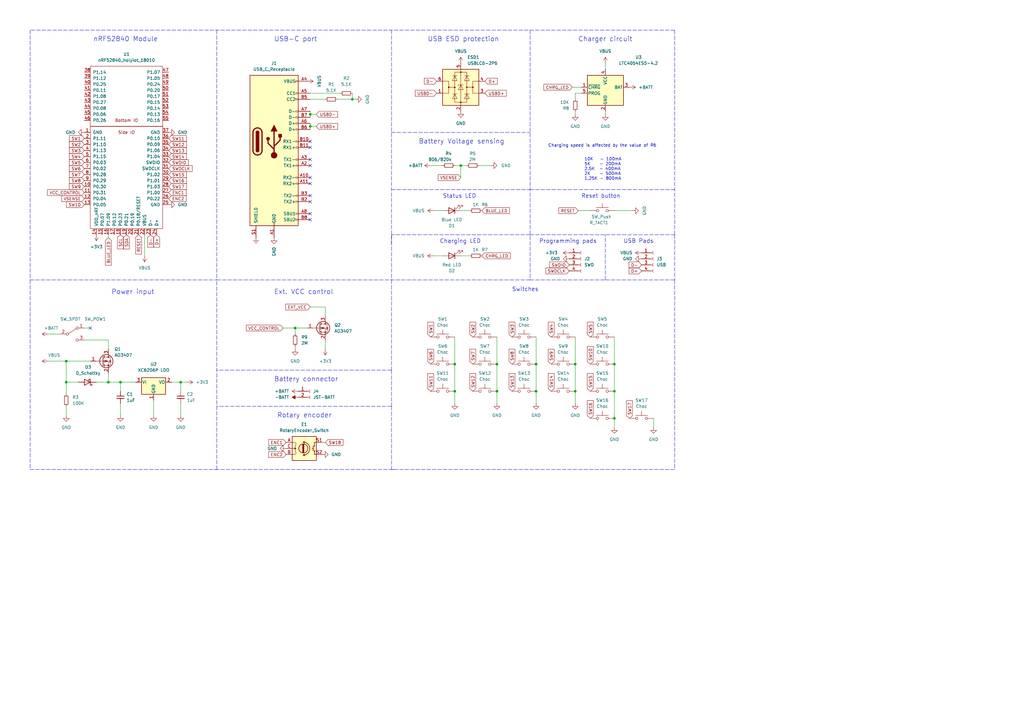
<source format=kicad_sch>
(kicad_sch (version 20210621) (generator eeschema)
  (paper "User" 431.8 299.999)
  (lib_symbols
    (symbol "Battery_Management:LTC4054ES5-4.2" (pin_names (offset 0.254))
      (property "Reference" "U" (at -5.842 6.604 0))
      (property "Value" "LTC4054ES5-4.2" (at 1.524 6.604 0))
      (symbol "LTC4054ES5-4.2_1_1"
        (pin open_collector line (at -10.16 0 0) (length 2.54) (name "~{CHRG}") (number "1"))
        (pin power_in line (at 0 -10.16 90) (length 2.54) (name "GND") (number "2"))
        (pin power_out line (at 10.16 0 180) (length 2.54) (name "BAT") (number "3"))
        (pin power_in line (at 0 7.62 270) (length 2.54) (name "VCC") (number "4"))
        (pin bidirectional line (at -10.16 -2.54 0) (length 2.54) (name "PROG") (number "5"))
      )
    )
    (symbol "Connector:Conn_01x02_Female" (pin_names (offset 1.016) hide)
      (property "Reference" "J" (at 0 2.54 0))
      (property "Value" "Conn_01x02_Female" (at 0 -5.08 0))
      (symbol "Conn_01x02_Female_1_1"
        (pin passive line (at -5.08 0 0) (length 3.81) (name "Pin_1") (number "1"))
        (pin passive line (at -5.08 -2.54 0) (length 3.81) (name "Pin_2") (number "2"))
      )
    )
    (symbol "Connector:Conn_01x04_Female" (pin_names (offset 1.016) hide)
      (property "Reference" "J" (at 0 5.08 0))
      (property "Value" "Conn_01x04_Female" (at 0 -7.62 0))
      (symbol "Conn_01x04_Female_1_1"
        (pin passive line (at -5.08 2.54 0) (length 3.81) (name "Pin_1") (number "1"))
        (pin passive line (at -5.08 0 0) (length 3.81) (name "Pin_2") (number "2"))
        (pin passive line (at -5.08 -2.54 0) (length 3.81) (name "Pin_3") (number "3"))
        (pin passive line (at -5.08 -5.08 0) (length 3.81) (name "Pin_4") (number "4"))
      )
    )
    (symbol "Connector:USB_C_Receptacle" (pin_names (offset 1.016))
      (property "Reference" "J" (at -10.16 29.21 0))
      (property "Value" "USB_C_Receptacle" (at 10.16 29.21 0))
      (symbol "USB_C_Receptacle_1_1"
        (pin passive line (at 0 -40.64 90) (length 5.08) (name "GND") (number "A1"))
        (pin bidirectional line (at 15.24 -15.24 180) (length 5.08) (name "RX2-") (number "A10"))
        (pin bidirectional line (at 15.24 -17.78 180) (length 5.08) (name "RX2+") (number "A11"))
        (pin passive line (at 0 -40.64 90) (length 5.08) hide (name "GND") (number "A12"))
        (pin bidirectional line (at 15.24 -10.16 180) (length 5.08) (name "TX1+") (number "A2"))
        (pin bidirectional line (at 15.24 -7.62 180) (length 5.08) (name "TX1-") (number "A3"))
        (pin passive line (at 15.24 25.4 180) (length 5.08) (name "VBUS") (number "A4"))
        (pin bidirectional line (at 15.24 20.32 180) (length 5.08) (name "CC1") (number "A5"))
        (pin bidirectional line (at 15.24 7.62 180) (length 5.08) (name "D+") (number "A6"))
        (pin bidirectional line (at 15.24 12.7 180) (length 5.08) (name "D-") (number "A7"))
        (pin bidirectional line (at 15.24 -30.48 180) (length 5.08) (name "SBU1") (number "A8"))
        (pin passive line (at 15.24 25.4 180) (length 5.08) hide (name "VBUS") (number "A9"))
        (pin passive line (at 0 -40.64 90) (length 5.08) hide (name "GND") (number "B1"))
        (pin bidirectional line (at 15.24 0 180) (length 5.08) (name "RX1-") (number "B10"))
        (pin bidirectional line (at 15.24 -2.54 180) (length 5.08) (name "RX1+") (number "B11"))
        (pin passive line (at 0 -40.64 90) (length 5.08) hide (name "GND") (number "B12"))
        (pin bidirectional line (at 15.24 -25.4 180) (length 5.08) (name "TX2+") (number "B2"))
        (pin bidirectional line (at 15.24 -22.86 180) (length 5.08) (name "TX2-") (number "B3"))
        (pin passive line (at 15.24 25.4 180) (length 5.08) hide (name "VBUS") (number "B4"))
        (pin bidirectional line (at 15.24 17.78 180) (length 5.08) (name "CC2") (number "B5"))
        (pin bidirectional line (at 15.24 5.08 180) (length 5.08) (name "D+") (number "B6"))
        (pin bidirectional line (at 15.24 10.16 180) (length 5.08) (name "D-") (number "B7"))
        (pin bidirectional line (at 15.24 -33.02 180) (length 5.08) (name "SBU2") (number "B8"))
        (pin passive line (at 15.24 25.4 180) (length 5.08) hide (name "VBUS") (number "B9"))
        (pin passive line (at -7.62 -40.64 90) (length 5.08) (name "SHIELD") (number "S1"))
      )
    )
    (symbol "Device:C_Small" (pin_numbers hide) (pin_names (offset 0.254) hide)
      (property "Reference" "C" (at 0.254 1.778 0))
      (property "Value" "C_Small" (at 0.254 -2.032 0))
      (symbol "C_Small_1_1"
        (pin passive line (at 0 2.54 270) (length 2.032) (name "~") (number "1"))
        (pin passive line (at 0 -2.54 90) (length 2.032) (name "~") (number "2"))
      )
    )
    (symbol "Device:D_Schottky" (pin_numbers hide) (pin_names (offset 1.016) hide)
      (property "Reference" "D" (at 0 2.54 0))
      (property "Value" "D_Schottky" (at 0 -2.54 0))
      (symbol "D_Schottky_1_1"
        (pin passive line (at -3.81 0 0) (length 2.54) (name "K") (number "1"))
        (pin passive line (at 3.81 0 180) (length 2.54) (name "A") (number "2"))
      )
    )
    (symbol "Device:LED" (pin_numbers hide) (pin_names (offset 1.016) hide)
      (property "Reference" "D" (at 0 2.54 0))
      (property "Value" "LED" (at 0 -2.54 0))
      (symbol "LED_1_1"
        (pin passive line (at -3.81 0 0) (length 2.54) (name "K") (number "1"))
        (pin passive line (at 3.81 0 180) (length 2.54) (name "A") (number "2"))
      )
    )
    (symbol "Device:R_Small" (pin_numbers hide) (pin_names (offset 0.254) hide)
      (property "Reference" "R" (at 0.762 0.508 0))
      (property "Value" "R_Small" (at 0.762 -1.016 0))
      (symbol "R_Small_1_1"
        (pin passive line (at 0 2.54 270) (length 0.762) (name "~") (number "1"))
        (pin passive line (at 0 -2.54 90) (length 0.762) (name "~") (number "2"))
      )
    )
    (symbol "Device:RotaryEncoder_Switch" (pin_names (offset 0.254) hide)
      (property "Reference" "SW" (at 0 6.604 0))
      (property "Value" "RotaryEncoder_Switch" (at 0 -6.604 0))
      (symbol "RotaryEncoder_Switch_1_1"
        (pin passive line (at -7.62 2.54 0) (length 2.54) (name "A") (number "A"))
        (pin passive line (at -7.62 -2.54 0) (length 2.54) (name "B") (number "B"))
        (pin passive line (at -7.62 0 0) (length 2.54) (name "C") (number "C"))
        (pin passive line (at 7.62 2.54 180) (length 2.54) (name "S1") (number "S1"))
        (pin passive line (at 7.62 -2.54 180) (length 2.54) (name "S2") (number "S2"))
      )
    )
    (symbol "Power_Protection:USBLC6-2P6" (pin_names hide)
      (property "Reference" "U" (at 2.54 8.89 0))
      (property "Value" "USBLC6-2P6" (at 2.54 -8.89 0))
      (symbol "USBLC6-2P6_1_1"
        (pin passive line (at -10.16 -2.54 0) (length 2.54) (name "I/O1") (number "1"))
        (pin passive line (at 0 -10.16 90) (length 2.54) (name "GND") (number "2"))
        (pin passive line (at 10.16 -2.54 180) (length 2.54) (name "I/O2") (number "3"))
        (pin passive line (at 10.16 2.54 180) (length 2.54) (name "I/O2") (number "4"))
        (pin passive line (at 0 10.16 270) (length 2.54) (name "VBUS") (number "5"))
        (pin passive line (at -10.16 2.54 0) (length 2.54) (name "I/O1") (number "6"))
      )
    )
    (symbol "Switch:SW_Push" (pin_numbers hide) (pin_names (offset 1.016) hide)
      (property "Reference" "SW" (at 1.27 2.54 0))
      (property "Value" "SW_Push" (at 0 -1.524 0))
      (symbol "SW_Push_0_1"
        (pin passive line (at -5.08 0 0) (length 2.54) (name "1") (number "1"))
        (pin passive line (at 5.08 0 180) (length 2.54) (name "2") (number "2"))
      )
    )
    (symbol "Switch:SW_SPDT" (pin_names (offset 0) hide)
      (property "Reference" "SW" (at 0 4.318 0))
      (property "Value" "SW_SPDT" (at 0 -5.08 0))
      (symbol "SW_SPDT_1_1"
        (pin passive line (at 5.08 2.54 180) (length 2.54) (name "A") (number "1"))
        (pin passive line (at -5.08 0 0) (length 2.54) (name "B") (number "2"))
        (pin passive line (at 5.08 -2.54 180) (length 2.54) (name "C") (number "3"))
      )
    )
    (symbol "Transistor_FET:AO3401A" (pin_names hide)
      (property "Reference" "Q" (at 5.08 1.905 0))
      (property "Value" "AO3401A" (at 5.08 0 0))
      (symbol "AO3401A_1_1"
        (pin input line (at -5.08 0 0) (length 2.54) (name "G") (number "1"))
        (pin passive line (at 2.54 -5.08 90) (length 2.54) (name "S") (number "2"))
        (pin passive line (at 2.54 5.08 270) (length 2.54) (name "D") (number "3"))
      )
    )
    (symbol "kicad-keyboard-parts:XC6206PxxxMR-Regulator_Linear" (pin_names (offset 0.254))
      (property "Reference" "U" (at -3.81 3.175 0))
      (property "Value" "XC6206PxxxMR-Regulator_Linear" (at 0 3.175 0))
      (property "LCSC" "C5446" (at 0 0 0))
      (symbol "XC6206PxxxMR-Regulator_Linear_1_1"
        (pin power_in line (at 0 -7.62 90) (length 2.54) (name "GND") (number "1"))
        (pin power_out line (at 7.62 0 180) (length 2.54) (name "VO") (number "2"))
        (pin power_in line (at -7.62 0 0) (length 2.54) (name "VI") (number "3"))
      )
    )
    (symbol "kicad-keyboard-parts:nRF52840_holyiot_18010" (pin_names (offset 1.016))
      (property "Reference" "U" (at -2.54 39.37 0))
      (property "Value" "nRF52840_holyiot_18010" (at 0 36.83 0))
      (symbol "nRF52840_holyiot_18010_0_0"
        (text "Bottom IO" (at 0 11.43 0) (effects (font (size 1.27 1.27))))
        (text "Side IO" (at 0 6.35 0) (effects (font (size 1.27 1.27))))
      )
      (symbol "nRF52840_holyiot_18010_1_1"
        (pin power_in line (at -17.78 6.35 0) (length 2.54) (name "GND") (number "1"))
        (pin bidirectional line (at -17.78 -16.51 0) (length 2.54) (name "P0.30") (number "10"))
        (pin bidirectional line (at -17.78 -19.05 0) (length 2.54) (name "P0.31") (number "11"))
        (pin bidirectional line (at -17.78 -21.59 0) (length 2.54) (name "P0.04") (number "12"))
        (pin bidirectional line (at -17.78 -24.13 0) (length 2.54) (name "P0.05") (number "13"))
        (pin power_in line (at -12.7 -36.83 90) (length 2.54) (name "VDD_nRF") (number "14"))
        (pin bidirectional line (at -10.16 -36.83 90) (length 2.54) (name "P0.07") (number "15"))
        (pin bidirectional line (at -7.62 -36.83 90) (length 2.54) (name "P1.09") (number "16"))
        (pin bidirectional line (at -5.08 -36.83 90) (length 2.54) (name "P0.12") (number "17"))
        (pin bidirectional line (at -2.54 -36.83 90) (length 2.54) (name "P0.23") (number "18"))
        (pin bidirectional line (at 0 -36.83 90) (length 2.54) (name "P0.21") (number "19"))
        (pin bidirectional line (at -17.78 3.81 0) (length 2.54) (name "P1.11") (number "2"))
        (pin bidirectional line (at 2.54 -36.83 90) (length 2.54) (name "P0.19") (number "20"))
        (pin input line (at 5.08 -36.83 90) (length 2.54) (name "P0.18/RESET") (number "21"))
        (pin power_in line (at 7.62 -36.83 90) (length 2.54) (name "VBUS") (number "22"))
        (pin bidirectional line (at 10.16 -36.83 90) (length 2.54) (name "D-") (number "23"))
        (pin bidirectional line (at 12.7 -36.83 90) (length 2.54) (name "D+") (number "24"))
        (pin power_in line (at 17.78 -24.13 180) (length 2.54) (name "GND") (number "25"))
        (pin bidirectional line (at 17.78 -21.59 180) (length 2.54) (name "P0.22") (number "26"))
        (pin bidirectional line (at 17.78 -19.05 180) (length 2.54) (name "P1.00") (number "27"))
        (pin bidirectional line (at 17.78 -16.51 180) (length 2.54) (name "P1.03") (number "28"))
        (pin bidirectional line (at 17.78 -13.97 180) (length 2.54) (name "P1.01") (number "29"))
        (pin bidirectional line (at -17.78 1.27 0) (length 2.54) (name "P1.10") (number "3"))
        (pin bidirectional line (at 17.78 -11.43 180) (length 2.54) (name "P1.02") (number "30"))
        (pin bidirectional line (at 17.78 -8.89 180) (length 2.54) (name "SWDCLK") (number "31"))
        (pin bidirectional line (at 17.78 -6.35 180) (length 2.54) (name "SWDIO") (number "32"))
        (pin bidirectional line (at 17.78 -3.81 180) (length 2.54) (name "P1.04") (number "33"))
        (pin bidirectional line (at 17.78 -1.27 180) (length 2.54) (name "P1.06") (number "34"))
        (pin bidirectional line (at 17.78 1.27 180) (length 2.54) (name "P0.09") (number "35"))
        (pin bidirectional line (at 17.78 3.81 180) (length 2.54) (name "P0.10") (number "36"))
        (pin power_in line (at 17.78 6.35 180) (length 2.54) (name "GND") (number "37"))
        (pin bidirectional line (at -17.78 31.75 0) (length 2.54) (name "P1.14") (number "38"))
        (pin bidirectional line (at -17.78 29.21 0) (length 2.54) (name "P1.12") (number "39"))
        (pin bidirectional line (at -17.78 -1.27 0) (length 2.54) (name "P1.13") (number "4"))
        (pin bidirectional line (at -17.78 26.67 0) (length 2.54) (name "P0.25") (number "40"))
        (pin bidirectional line (at -17.78 24.13 0) (length 2.54) (name "P0.11") (number "41"))
        (pin bidirectional line (at -17.78 21.59 0) (length 2.54) (name "P1.08") (number "42"))
        (pin bidirectional line (at -17.78 19.05 0) (length 2.54) (name "P0.27") (number "43"))
        (pin bidirectional line (at -17.78 16.51 0) (length 2.54) (name "P0.08") (number "44"))
        (pin bidirectional line (at -17.78 13.97 0) (length 2.54) (name "P0.06") (number "45"))
        (pin bidirectional line (at -17.78 11.43 0) (length 2.54) (name "P0.26") (number "46"))
        (pin bidirectional line (at 17.78 31.75 180) (length 2.54) (name "P1.07") (number "47"))
        (pin bidirectional line (at 17.78 29.21 180) (length 2.54) (name "P1.05") (number "48"))
        (pin bidirectional line (at 17.78 26.67 180) (length 2.54) (name "P0.24") (number "49"))
        (pin bidirectional line (at -17.78 -3.81 0) (length 2.54) (name "P1.15") (number "5"))
        (pin bidirectional line (at 17.78 24.13 180) (length 2.54) (name "P0.20") (number "50"))
        (pin bidirectional line (at 17.78 21.59 180) (length 2.54) (name "P0.17") (number "51"))
        (pin bidirectional line (at 17.78 19.05 180) (length 2.54) (name "P0.15") (number "52"))
        (pin bidirectional line (at 17.78 16.51 180) (length 2.54) (name "P0.14") (number "53"))
        (pin bidirectional line (at 17.78 13.97 180) (length 2.54) (name "P0.13") (number "54"))
        (pin bidirectional line (at 17.78 11.43 180) (length 2.54) (name "P0.16") (number "55"))
        (pin bidirectional line (at -17.78 -6.35 0) (length 2.54) (name "P0.03") (number "6"))
        (pin bidirectional line (at -17.78 -8.89 0) (length 2.54) (name "P0.02") (number "7"))
        (pin bidirectional line (at -17.78 -11.43 0) (length 2.54) (name "P0.28") (number "8"))
        (pin bidirectional line (at -17.78 -13.97 0) (length 2.54) (name "P0.29") (number "9"))
      )
    )
    (symbol "power:+3.3V" (power) (pin_names (offset 0))
      (property "Value" "+3.3V" (at 0 3.556 0))
      (symbol "+3.3V_1_1"
        (pin power_in line (at 0 0 90) (length 0) hide (name "+3V3") (number "1"))
      )
    )
    (symbol "power:+BATT" (power) (pin_names (offset 0))
      (property "Value" "+BATT" (at 0 3.556 0))
      (symbol "+BATT_1_1"
        (pin power_in line (at 0 0 90) (length 0) hide (name "+BATT") (number "1"))
      )
    )
    (symbol "power:-BATT" (power) (pin_names (offset 0))
      (property "Value" "-BATT" (at 0 3.556 0))
      (symbol "-BATT_1_1"
        (pin power_in line (at 0 0 90) (length 0) hide (name "-BATT") (number "1"))
      )
    )
    (symbol "power:Earth" (power) (pin_names (offset 0))
      (symbol "Earth_1_1"
        (pin power_in line (at 0 0 270) (length 0) hide (name "Earth") (number "1"))
      )
    )
    (symbol "power:GND" (power) (pin_names (offset 0))
      (property "Value" "GND" (at 0 -3.81 0))
      (symbol "GND_1_1"
        (pin power_in line (at 0 0 270) (length 0) hide (name "GND") (number "1"))
      )
    )
    (symbol "power:VBUS" (power) (pin_names (offset 0))
      (property "Value" "VBUS" (at 0 3.81 0))
      (symbol "VBUS_1_1"
        (pin power_in line (at 0 0 90) (length 0) hide (name "VBUS") (number "1"))
      )
    )
  )
  (junction (at 130.81 53.34))
  (junction (at 259.08 153.67))
  (junction (at 191.77 153.67))
  (junction (at 191.77 165.1))
  (junction (at 259.08 165.1))
  (junction (at 130.81 48.26))
  (junction (at 209.55 153.67))
  (junction (at 148.59 41.91))
  (junction (at 194.31 69.85))
  (junction (at 259.08 176.53))
  (junction (at 242.57 153.67))
  (junction (at 76.2 161.29))
  (junction (at 27.94 161.29))
  (junction (at 50.8 161.29))
  (junction (at 242.57 165.1))
  (junction (at 209.55 165.1))
  (junction (at 45.72 161.29))
  (junction (at 226.06 165.1))
  (junction (at 124.46 138.43))
  (junction (at 226.06 153.67))
  (junction (at 27.94 152.4))
  (no_connect (at 130.81 92.71))
  (no_connect (at 130.81 90.17))
  (no_connect (at 38.1 138.43))
  (no_connect (at 130.81 85.09))
  (no_connect (at 130.81 77.47))
  (no_connect (at 130.81 62.23))
  (no_connect (at 130.81 69.85))
  (no_connect (at 130.81 74.93))
  (no_connect (at 130.81 67.31))
  (no_connect (at 130.81 59.69))
  (no_connect (at 130.81 82.55))
  (polyline (pts (xy 12.7 118.11) (xy 91.44 118.11)))
  (polyline (pts (xy 91.44 12.7) (xy 91.44 118.11)))
  (wire (pts (xy 76.2 161.29) (xy 76.2 165.1)))
  (wire (pts (xy 124.46 138.43) (xy 129.54 138.43)))
  (wire (pts (xy 119.38 138.43) (xy 124.46 138.43)))
  (wire (pts (xy 241.3 36.83) (xy 245.11 36.83)))
  (wire (pts (xy 209.55 165.1) (xy 209.55 170.18)))
  (wire (pts (xy 50.8 170.18) (xy 50.8 175.26)))
  (wire (pts (xy 50.8 161.29) (xy 50.8 165.1)))
  (wire (pts (xy 194.31 69.85) (xy 196.85 69.85)))
  (wire (pts (xy 191.77 69.85) (xy 194.31 69.85)))
  (wire (pts (xy 60.96 99.06) (xy 60.96 107.95)))
  (polyline (pts (xy 223.52 118.11) (xy 255.27 118.11)))
  (polyline (pts (xy 255.27 118.11) (xy 255.27 99.06)))
  (wire (pts (xy 137.16 147.32) (xy 137.16 143.51)))
  (polyline (pts (xy 165.1 80.01) (xy 223.52 80.01)))
  (wire (pts (xy 194.31 88.9) (xy 198.12 88.9)))
  (wire (pts (xy 242.57 153.67) (xy 242.57 165.1)))
  (wire (pts (xy 35.56 143.51) (xy 45.72 143.51)))
  (wire (pts (xy 137.16 186.69) (xy 135.89 186.69)))
  (wire (pts (xy 242.57 46.99) (xy 242.57 48.26)))
  (wire (pts (xy 27.94 175.26) (xy 27.94 171.45)))
  (wire (pts (xy 275.59 176.53) (xy 275.59 180.34)))
  (wire (pts (xy 194.31 69.85) (xy 194.31 74.93)))
  (wire (pts (xy 76.2 161.29) (xy 78.74 161.29)))
  (wire (pts (xy 72.39 161.29) (xy 76.2 161.29)))
  (wire (pts (xy 25.4 140.97) (xy 20.32 140.97)))
  (polyline (pts (xy 165.1 99.06) (xy 165.1 102.87)))
  (polyline (pts (xy 223.52 99.06) (xy 165.1 99.06)))
  (polyline (pts (xy 165.1 156.21) (xy 91.44 156.21)))
  (polyline (pts (xy 165.1 118.11) (xy 165.1 156.21)))
  (wire (pts (xy 20.32 152.4) (xy 27.94 152.4)))
  (wire (pts (xy 27.94 152.4) (xy 38.1 152.4)))
  (wire (pts (xy 76.2 170.18) (xy 76.2 175.26)))
  (wire (pts (xy 124.46 138.43) (xy 124.46 140.97)))
  (wire (pts (xy 50.8 161.29) (xy 57.15 161.29)))
  (wire (pts (xy 40.64 161.29) (xy 45.72 161.29)))
  (wire (pts (xy 45.72 161.29) (xy 50.8 161.29)))
  (wire (pts (xy 45.72 157.48) (xy 45.72 161.29)))
  (wire (pts (xy 226.06 142.24) (xy 226.06 153.67)))
  (wire (pts (xy 27.94 152.4) (xy 27.94 161.29)))
  (wire (pts (xy 27.94 161.29) (xy 27.94 166.37)))
  (polyline (pts (xy 165.1 55.88) (xy 223.52 55.88)))
  (wire (pts (xy 245.11 39.37) (xy 242.57 39.37)))
  (wire (pts (xy 242.57 39.37) (xy 242.57 41.91)))
  (wire (pts (xy 45.72 99.06) (xy 45.72 100.33)))
  (wire (pts (xy 130.81 129.54) (xy 137.16 129.54)))
  (wire (pts (xy 209.55 142.24) (xy 209.55 153.67)))
  (wire (pts (xy 129.54 34.29) (xy 130.81 34.29)))
  (wire (pts (xy 27.94 161.29) (xy 33.02 161.29)))
  (polyline (pts (xy 91.44 198.12) (xy 91.44 118.11)))
  (polyline (pts (xy 12.7 118.11) (xy 12.7 198.12)))
  (polyline (pts (xy 12.7 198.12) (xy 91.44 198.12)))
  (wire (pts (xy 259.08 88.9) (xy 266.7 88.9)))
  (wire (pts (xy 201.93 69.85) (xy 207.01 69.85)))
  (wire (pts (xy 182.88 107.95) (xy 186.69 107.95)))
  (wire (pts (xy 45.72 147.32) (xy 45.72 143.51)))
  (polyline (pts (xy 284.48 12.7) (xy 12.7 12.7)))
  (polyline (pts (xy 12.7 12.7) (xy 12.7 118.11)))
  (polyline (pts (xy 284.48 99.06) (xy 284.48 12.7)))
  (polyline (pts (xy 223.52 99.06) (xy 284.48 99.06)))
  (wire (pts (xy 35.56 138.43) (xy 38.1 138.43)))
  (wire (pts (xy 194.31 107.95) (xy 198.12 107.95)))
  (wire (pts (xy 226.06 153.67) (xy 226.06 165.1)))
  (wire (pts (xy 130.81 53.34) (xy 130.81 52.07)))
  (wire (pts (xy 130.81 54.61) (xy 130.81 53.34)))
  (wire (pts (xy 130.81 53.34) (xy 133.35 53.34)))
  (wire (pts (xy 259.08 153.67) (xy 259.08 165.1)))
  (wire (pts (xy 242.57 142.24) (xy 242.57 153.67)))
  (wire (pts (xy 148.59 41.91) (xy 149.86 41.91)))
  (wire (pts (xy 142.24 41.91) (xy 148.59 41.91)))
  (wire (pts (xy 242.57 165.1) (xy 242.57 170.18)))
  (wire (pts (xy 209.55 153.67) (xy 209.55 165.1)))
  (wire (pts (xy 130.81 39.37) (xy 143.51 39.37)))
  (wire (pts (xy 130.81 41.91) (xy 137.16 41.91)))
  (wire (pts (xy 259.08 176.53) (xy 259.08 180.34)))
  (wire (pts (xy 259.08 165.1) (xy 259.08 176.53)))
  (wire (pts (xy 255.27 48.26) (xy 255.27 46.99)))
  (wire (pts (xy 259.08 142.24) (xy 259.08 153.67)))
  (wire (pts (xy 191.77 142.24) (xy 191.77 153.67)))
  (wire (pts (xy 191.77 153.67) (xy 191.77 165.1)))
  (wire (pts (xy 191.77 165.1) (xy 191.77 170.18)))
  (wire (pts (xy 255.27 26.67) (xy 255.27 29.21)))
  (polyline (pts (xy 284.48 198.12) (xy 90.17 198.12)))
  (polyline (pts (xy 284.48 118.11) (xy 284.48 198.12)))
  (wire (pts (xy 243.84 88.9) (xy 248.92 88.9)))
  (polyline (pts (xy 165.1 156.21) (xy 165.1 171.45)))
  (polyline (pts (xy 165.1 171.45) (xy 91.44 171.45)))
  (wire (pts (xy 64.77 168.91) (xy 64.77 175.26)))
  (wire (pts (xy 181.61 69.85) (xy 186.69 69.85)))
  (wire (pts (xy 182.88 88.9) (xy 186.69 88.9)))
  (polyline (pts (xy 284.48 99.06) (xy 284.48 118.11)))
  (polyline (pts (xy 284.48 118.11) (xy 255.27 118.11)))
  (wire (pts (xy 226.06 165.1) (xy 226.06 170.18)))
  (wire (pts (xy 130.81 46.99) (xy 130.81 48.26)))
  (wire (pts (xy 130.81 48.26) (xy 133.35 48.26)))
  (wire (pts (xy 130.81 48.26) (xy 130.81 49.53)))
  (polyline (pts (xy 91.44 118.11) (xy 165.1 118.11)))
  (polyline (pts (xy 165.1 12.7) (xy 165.1 118.11)))
  (polyline (pts (xy 165.1 171.45) (xy 165.1 198.12)))
  (polyline (pts (xy 165.1 198.12) (xy 166.37 198.12)))
  (polyline (pts (xy 223.52 118.11) (xy 165.1 118.11)))
  (polyline (pts (xy 223.52 12.7) (xy 223.52 118.11)))
  (wire (pts (xy 137.16 129.54) (xy 137.16 133.35)))
  (wire (pts (xy 124.46 147.32) (xy 124.46 146.05)))
  (wire (pts (xy 148.59 41.91) (xy 148.59 39.37)))
  (polyline (pts (xy 223.52 80.01) (xy 284.48 80.01)))
  (text "Status LED" (at 186.69 83.82 0) (effects (font (size 1.7 1.7)) (justify left bottom)))
  (text "Battery Voltage sensing" (at 176.53 60.96 0) (effects (font (size 2 2)) (justify left bottom)))
  (text "Rotary encoder" (at 116.84 176.53 0) (effects (font (size 2 2)) (justify left bottom)))
  (text "10K   - 100mA\n5K    - 200mA\n2.5K  - 400mA\n2K    - 500mA\n1.25K - 800mA" (at 246.38 76.2 0) (effects (font (size 1.27 1.27)) (justify left bottom)))
  (text "USB-C port" (at 115.57 17.78 0) (effects (font (size 2 2)) (justify left bottom)))
  (text "Charging LED" (at 185.42 102.87 0) (effects (font (size 1.7 1.7)) (justify left bottom)))
  (text "Battery connector" (at 115.57 161.29 0) (effects (font (size 2 2)) (justify left bottom)))
  (text "Charger circuit" (at 243.84 17.78 0) (effects (font (size 2 2)) (justify left bottom)))
  (text "Switches" (at 215.9 123.19 0) (effects (font (size 1.7 1.7)) (justify left bottom)))
  (text "USB ESD protection" (at 180.34 17.78 0) (effects (font (size 2 2)) (justify left bottom)))
  (text "USB Pads" (at 262.89 102.87 0) (effects (font (size 1.7 1.7)) (justify left bottom)))
  (text "Programming pads" (at 227.33 102.87 0) (effects (font (size 1.7 1.7)) (justify left bottom)))
  (text "nRF52840 Module" (at 39.37 17.78 0) (effects (font (size 2 2)) (justify left bottom)))
  (text "Charging speed is affected by the value of R6" (at 231.14 62.23 0) (effects (font (size 1.27 1.27)) (justify left bottom)))
  (text "Reset button" (at 245.11 83.82 0) (effects (font (size 1.7 1.7)) (justify left bottom)))
  (text "Power input" (at 46.99 124.46 0) (effects (font (size 2 2)) (justify left bottom)))
  (text "Ext. VCC control" (at 115.57 124.46 0) (effects (font (size 2 2)) (justify left bottom)))
  (global_label "BLUE_LED" (shape input) (at 203.2 88.9 0) (property "Intersheet References" "${INTERSHEET_REFS}" (effects hide)))
  (global_label "USBD-" (shape input) (at 133.35 48.26 0) (property "Intersheet References" "${INTERSHEET_REFS}" (effects hide)))
  (global_label "BLUE_LED" (shape input) (at 45.72 100.33 270) (property "Intersheet References" "${INTERSHEET_REFS}" (effects hide)))
  (global_label "SWDCLK" (shape input) (at 240.03 114.3 180) (property "Intersheet References" "${INTERSHEET_REFS}" (effects hide)))
  (global_label "SW6" (shape input) (at 181.61 153.67 90) (property "Intersheet References" "${INTERSHEET_REFS}" (effects hide)))
  (global_label "SW1" (shape input) (at 35.56 58.42 180) (property "Intersheet References" "${INTERSHEET_REFS}" (effects hide)))
  (global_label "SW11" (shape input) (at 181.61 165.1 90) (property "Intersheet References" "${INTERSHEET_REFS}" (effects hide)))
  (global_label "SW7" (shape input) (at 35.56 73.66 180) (property "Intersheet References" "${INTERSHEET_REFS}" (effects hide)))
  (global_label "D-" (shape input) (at 270.51 111.76 180) (property "Intersheet References" "${INTERSHEET_REFS}" (effects hide)))
  (global_label "SCL" (shape input) (at 50.8 99.06 270) (property "Intersheet References" "${INTERSHEET_REFS}" (effects hide)))
  (global_label "SDA" (shape input) (at 53.34 99.06 270) (property "Intersheet References" "${INTERSHEET_REFS}" (effects hide)))
  (global_label "SW5" (shape input) (at 35.56 68.58 180) (property "Intersheet References" "${INTERSHEET_REFS}" (effects hide)))
  (global_label "SW10" (shape input) (at 248.92 153.67 90) (property "Intersheet References" "${INTERSHEET_REFS}" (effects hide)))
  (global_label "SWDCLK" (shape input) (at 71.12 71.12 0) (property "Intersheet References" "${INTERSHEET_REFS}" (effects hide)))
  (global_label "ENC2" (shape input) (at 71.12 83.82 0) (property "Intersheet References" "${INTERSHEET_REFS}" (effects hide)))
  (global_label "D-" (shape input) (at 184.15 34.29 180) (property "Intersheet References" "${INTERSHEET_REFS}" (effects hide)))
  (global_label "SW1" (shape input) (at 181.61 142.24 90) (property "Intersheet References" "${INTERSHEET_REFS}" (effects hide)))
  (global_label "USBD-" (shape input) (at 184.15 39.37 180) (property "Intersheet References" "${INTERSHEET_REFS}" (effects hide)))
  (global_label "SW12" (shape input) (at 71.12 60.96 0) (property "Intersheet References" "${INTERSHEET_REFS}" (effects hide)))
  (global_label "D-" (shape input) (at 63.5 99.06 270) (property "Intersheet References" "${INTERSHEET_REFS}" (effects hide)))
  (global_label "SW11" (shape input) (at 71.12 58.42 0) (property "Intersheet References" "${INTERSHEET_REFS}" (effects hide)))
  (global_label "VSENSE" (shape input) (at 35.56 83.82 180) (property "Intersheet References" "${INTERSHEET_REFS}" (effects hide)))
  (global_label "SW4" (shape input) (at 232.41 142.24 90) (property "Intersheet References" "${INTERSHEET_REFS}" (effects hide)))
  (global_label "ENC1" (shape input) (at 120.65 186.69 180) (property "Intersheet References" "${INTERSHEET_REFS}" (effects hide)))
  (global_label "SW14" (shape input) (at 71.12 66.04 0) (property "Intersheet References" "${INTERSHEET_REFS}" (effects hide)))
  (global_label "SW15" (shape input) (at 248.92 165.1 90) (property "Intersheet References" "${INTERSHEET_REFS}" (effects hide)))
  (global_label "SW8" (shape input) (at 35.56 76.2 180) (property "Intersheet References" "${INTERSHEET_REFS}" (effects hide)))
  (global_label "VSENSE" (shape input) (at 194.31 74.93 180) (property "Intersheet References" "${INTERSHEET_REFS}" (effects hide)))
  (global_label "CHRG_LED" (shape input) (at 203.2 107.95 0) (property "Intersheet References" "${INTERSHEET_REFS}" (effects hide)))
  (global_label "USBD+" (shape input) (at 133.35 53.34 0) (property "Intersheet References" "${INTERSHEET_REFS}" (effects hide)))
  (global_label "SW15" (shape input) (at 71.12 73.66 0) (property "Intersheet References" "${INTERSHEET_REFS}" (effects hide)))
  (global_label "D+" (shape input) (at 66.04 99.06 270) (property "Intersheet References" "${INTERSHEET_REFS}" (effects hide)))
  (global_label "SW13" (shape input) (at 71.12 63.5 0) (property "Intersheet References" "${INTERSHEET_REFS}" (effects hide)))
  (global_label "SWDIO" (shape input) (at 71.12 68.58 0) (property "Intersheet References" "${INTERSHEET_REFS}" (effects hide)))
  (global_label "SW4" (shape input) (at 35.56 66.04 180) (property "Intersheet References" "${INTERSHEET_REFS}" (effects hide)))
  (global_label "ENC2" (shape input) (at 120.65 191.77 180) (property "Intersheet References" "${INTERSHEET_REFS}" (effects hide)))
  (global_label "D+" (shape input) (at 204.47 34.29 0) (property "Intersheet References" "${INTERSHEET_REFS}" (effects hide)))
  (global_label "SW17" (shape input) (at 71.12 78.74 0) (property "Intersheet References" "${INTERSHEET_REFS}" (effects hide)))
  (global_label "D+" (shape input) (at 270.51 114.3 180) (property "Intersheet References" "${INTERSHEET_REFS}" (effects hide)))
  (global_label "SW17" (shape input) (at 265.43 176.53 90) (property "Intersheet References" "${INTERSHEET_REFS}" (effects hide)))
  (global_label "SW7" (shape input) (at 199.39 153.67 90) (property "Intersheet References" "${INTERSHEET_REFS}" (effects hide)))
  (global_label "ENC1" (shape input) (at 71.12 81.28 0) (property "Intersheet References" "${INTERSHEET_REFS}" (effects hide)))
  (global_label "SW16" (shape input) (at 248.92 176.53 90) (property "Intersheet References" "${INTERSHEET_REFS}" (effects hide)))
  (global_label "SW8" (shape input) (at 215.9 153.67 90) (property "Intersheet References" "${INTERSHEET_REFS}" (effects hide)))
  (global_label "SW3" (shape input) (at 215.9 142.24 90) (property "Intersheet References" "${INTERSHEET_REFS}" (effects hide)))
  (global_label "SW12" (shape input) (at 199.39 165.1 90) (property "Intersheet References" "${INTERSHEET_REFS}" (effects hide)))
  (global_label "SW5" (shape input) (at 248.92 142.24 90) (property "Intersheet References" "${INTERSHEET_REFS}" (effects hide)))
  (global_label "SW2" (shape input) (at 199.39 142.24 90) (property "Intersheet References" "${INTERSHEET_REFS}" (effects hide)))
  (global_label "RESET" (shape input) (at 58.42 99.06 270) (property "Intersheet References" "${INTERSHEET_REFS}" (effects hide)))
  (global_label "SW16" (shape input) (at 71.12 76.2 0) (property "Intersheet References" "${INTERSHEET_REFS}" (effects hide)))
  (global_label "SW9" (shape input) (at 35.56 78.74 180) (property "Intersheet References" "${INTERSHEET_REFS}" (effects hide)))
  (global_label "SW9" (shape input) (at 232.41 153.67 90) (property "Intersheet References" "${INTERSHEET_REFS}" (effects hide)))
  (global_label "VCC_CONTROL" (shape input) (at 35.56 81.28 180) (property "Intersheet References" "${INTERSHEET_REFS}" (effects hide)))
  (global_label "VCC_CONTROL" (shape input) (at 119.38 138.43 180) (property "Intersheet References" "${INTERSHEET_REFS}" (effects hide)))
  (global_label "SW2" (shape input) (at 35.56 60.96 180) (property "Intersheet References" "${INTERSHEET_REFS}" (effects hide)))
  (global_label "SW14" (shape input) (at 232.41 165.1 90) (property "Intersheet References" "${INTERSHEET_REFS}" (effects hide)))
  (global_label "SW3" (shape input) (at 35.56 63.5 180) (property "Intersheet References" "${INTERSHEET_REFS}" (effects hide)))
  (global_label "SW10" (shape input) (at 35.56 86.36 180) (property "Intersheet References" "${INTERSHEET_REFS}" (effects hide)))
  (global_label "CHRG_LED" (shape input) (at 241.3 36.83 180) (property "Intersheet References" "${INTERSHEET_REFS}" (effects hide)))
  (global_label "USBD+" (shape input) (at 204.47 39.37 0) (property "Intersheet References" "${INTERSHEET_REFS}" (effects hide)))
  (global_label "SWDIO" (shape input) (at 240.03 111.76 180) (property "Intersheet References" "${INTERSHEET_REFS}" (effects hide)))
  (global_label "SW6" (shape input) (at 35.56 71.12 180) (property "Intersheet References" "${INTERSHEET_REFS}" (effects hide)))
  (global_label "EXT_VCC" (shape input) (at 130.81 129.54 180) (property "Intersheet References" "${INTERSHEET_REFS}" (effects hide)))
  (global_label "RESET" (shape input) (at 243.84 88.9 180) (property "Intersheet References" "${INTERSHEET_REFS}" (effects hide)))
  (global_label "SW13" (shape input) (at 215.9 165.1 90) (property "Intersheet References" "${INTERSHEET_REFS}" (effects hide)))
  (global_label "SW18" (shape input) (at 137.16 186.69 0) (property "Intersheet References" "${INTERSHEET_REFS}" (effects hide)))
  (symbol (lib_id "Device:R_Small") (at 199.39 69.85 90) (unit 1)
    (property "Reference" "R5" (at 200.66 64.77 90) (effects (justify left)))
    (property "Value" "2M" (at 200.6599 67.31 90) (effects (justify left)))
    (property "Footprint" "Resistor_SMD:R_0603_1608Metric" (effects hide))
  )
  (symbol (lib_id "power:GND") (at 242.57 48.26 0) (unit 1)
    (property "Reference" "#PWR0134" (effects hide))
    (property "Value" "GND" (at 242.57 53.34 0))
  )
  (symbol (lib_id "Switch:SW_Push") (at 220.98 153.67 0) (unit 1)
    (property "Reference" "SW8" (at 220.98 146.05 0))
    (property "Value" "Choc" (at 220.98 148.59 0))
    (property "Footprint" "Kailh_Choc:KailhChoc-1U" (effects hide))
  )
  (symbol (lib_id "power:VBUS") (at 182.88 107.95 90) (unit 1)
    (property "Reference" "#PWR0133" (effects hide))
    (property "Value" "VBUS" (at 179.07 107.95 90) (effects (justify left)))
  )
  (symbol (lib_id "Battery_Management:LTC4054ES5-4.2") (at 255.27 36.83 0) (unit 1)
    (property "Reference" "U3" (at 269.24 24.13 0))
    (property "Value" "LTC4054ES5-4.2" (at 269.24 26.67 0))
    (property "Footprint" "Package_TO_SOT_SMD:TSOT-23-5" (effects hide))
    (property "Datasheet" "https://www.analog.com/media/en/technical-documentation/data-sheets/405442xf.pdf" (effects hide))
  )
  (symbol (lib_id "power:GND") (at 226.06 170.18 0) (unit 1)
    (property "Reference" "#PWR0140" (effects hide))
    (property "Value" "GND" (at 226.06 175.26 0))
  )
  (symbol (lib_id "power:VBUS") (at 182.88 88.9 90) (unit 1)
    (property "Reference" "#PWR0130" (effects hide))
    (property "Value" "VBUS" (at 179.07 88.9 90) (effects (justify left)))
  )
  (symbol (lib_id "Switch:SW_Push") (at 186.69 153.67 0) (unit 1)
    (property "Reference" "SW6" (at 186.69 146.05 0))
    (property "Value" "Choc" (at 186.69 148.59 0))
    (property "Footprint" "Kailh_Choc:KailhChoc-1U" (effects hide))
  )
  (symbol (lib_id "power:GND") (at 194.31 46.99 0) (unit 1)
    (property "Reference" "#PWR0136" (effects hide))
    (property "Value" "GND" (at 194.31 52.07 0))
  )
  (symbol (lib_id "Power_Protection:USBLC6-2P6") (at 194.31 36.83 0) (unit 1)
    (property "Reference" "ESD1" (at 197.0787 24.13 0) (effects (justify left)))
    (property "Value" "USBLC6-2P6" (at 197.0787 26.67 0) (effects (justify left)))
    (property "Footprint" "Package_TO_SOT_SMD:SOT-666" (effects hide))
    (property "Datasheet" "https://www.st.com/resource/en/datasheet/usblc6-2.pdf" (effects hide))
  )
  (symbol (lib_id "Switch:SW_Push") (at 254 88.9 0) (unit 1)
    (property "Reference" "R_TACT1" (at 256.54 93.98 0) (effects (justify right)))
    (property "Value" "SW_Push" (at 257.81 91.44 0) (effects (justify right)))
    (property "Footprint" "Button_Switch_SMD:SW_SPST_EVQPE1" (effects hide))
  )
  (symbol (lib_id "power:GND") (at 270.51 109.22 270) (unit 1)
    (property "Reference" "#PWR0127" (effects hide))
    (property "Value" "GND" (at 266.7 109.2199 90) (effects (justify right)))
  )
  (symbol (lib_id "power:GND") (at 76.2 175.26 0) (unit 1)
    (property "Reference" "#PWR0101" (effects hide))
    (property "Value" "GND" (at 76.2 180.34 0))
  )
  (symbol (lib_id "Device:R_Small") (at 124.46 143.51 0) (unit 1)
    (property "Reference" "R9" (at 127 142.24 0) (effects (justify left)))
    (property "Value" "2M" (at 127 144.7799 0) (effects (justify left)))
    (property "Footprint" "Resistor_SMD:R_0603_1608Metric" (effects hide))
  )
  (symbol (lib_id "Device:C_Small") (at 76.2 167.64 0) (unit 1)
    (property "Reference" "C2" (at 78.74 166.3762 0) (effects (justify left)))
    (property "Value" "1uF" (at 78.74 168.9162 0) (effects (justify left)))
    (property "Footprint" "Capacitor_SMD:C_0603_1608Metric" (effects hide))
  )
  (symbol (lib_id "kicad-keyboard-parts:nRF52840_holyiot_18010") (at 53.34 62.23 0) (unit 1)
    (property "Reference" "U1" (at 53.34 22.86 0))
    (property "Value" "nRF52840_holyiot_18010" (at 53.34 25.4 0))
    (property "Footprint" "kicad-keyboard-parts:nRF52840_holyiot_18010" (effects hide))
    (property "Datasheet" "http://www.holyiot.com/tp/2019042516322180424.pdf" (effects hide))
  )
  (symbol (lib_id "Switch:SW_Push") (at 254 165.1 0) (unit 1)
    (property "Reference" "SW15" (at 254 157.48 0))
    (property "Value" "Choc" (at 254 160.02 0))
    (property "Footprint" "Kailh_Choc:KailhChoc-1U" (effects hide))
  )
  (symbol (lib_id "Device:R_Small") (at 242.57 44.45 180) (unit 1)
    (property "Reference" "R8" (at 240.03 45.72 0) (effects (justify left)))
    (property "Value" "10K" (at 240.03 43.1801 0) (effects (justify left)))
    (property "Footprint" "Resistor_SMD:R_0603_1608Metric" (effects hide))
  )
  (symbol (lib_id "power:GND") (at 71.12 86.36 90) (unit 1)
    (property "Reference" "#PWR0115" (effects hide))
    (property "Value" "GND" (at 74.93 86.3599 90) (effects (justify right)))
  )
  (symbol (lib_id "power:+3.3V") (at 78.74 161.29 270) (unit 1)
    (property "Reference" "#PWR0102" (effects hide))
    (property "Value" "+3.3V" (at 82.55 161.2899 90) (effects (justify left)))
  )
  (symbol (lib_id "Switch:SW_Push") (at 204.47 153.67 0) (unit 1)
    (property "Reference" "SW7" (at 204.47 146.05 0))
    (property "Value" "Choc" (at 204.47 148.59 0))
    (property "Footprint" "Kailh_Choc:KailhChoc-1U" (effects hide))
  )
  (symbol (lib_id "power:GND") (at 35.56 55.88 270) (unit 1)
    (property "Reference" "#PWR0117" (effects hide))
    (property "Value" "GND" (at 31.75 55.8799 90) (effects (justify right)))
  )
  (symbol (lib_id "power:VBUS") (at 20.32 152.4 90) (unit 1)
    (property "Reference" "#PWR0103" (effects hide))
    (property "Value" "VBUS" (at 25.4 149.86 90) (effects (justify left)))
  )
  (symbol (lib_id "Switch:SW_Push") (at 204.47 142.24 0) (unit 1)
    (property "Reference" "SW2" (at 204.47 134.62 0))
    (property "Value" "Choc" (at 204.47 137.16 0))
    (property "Footprint" "Kailh_Choc:KailhChoc-1U" (effects hide))
  )
  (symbol (lib_id "Transistor_FET:AO3401A") (at 134.62 138.43 0) (unit 1)
    (property "Reference" "Q2" (at 140.97 137.1599 0) (effects (justify left)))
    (property "Value" "AO3407" (at 140.97 139.6999 0) (effects (justify left)))
    (property "Footprint" "Package_TO_SOT_SMD:SOT-23" (effects hide))
    (property "Datasheet" "http://www.aosmd.com/pdfs/datasheet/AO3401A.pdf" (effects hide))
  )
  (symbol (lib_id "Connector:Conn_01x02_Female") (at 130.81 165.1 0) (unit 1)
    (property "Reference" "J4" (at 132.08 165.0999 0) (effects (justify left)))
    (property "Value" "JST-BATT" (at 132.08 167.6399 0) (effects (justify left)))
  )
  (symbol (lib_id "power:GND") (at 64.77 175.26 0) (unit 1)
    (property "Reference" "#PWR0106" (effects hide))
    (property "Value" "GND" (at 64.77 180.34 0))
  )
  (symbol (lib_id "Device:D_Schottky") (at 36.83 161.29 180) (unit 1)
    (property "Reference" "D3" (at 37.1475 154.94 0))
    (property "Value" "D_Schottky" (at 37.1475 157.48 0))
  )
  (symbol (lib_id "Switch:SW_Push") (at 254 153.67 0) (unit 1)
    (property "Reference" "SW10" (at 254 146.05 0))
    (property "Value" "Choc" (at 254 148.59 0))
    (property "Footprint" "Kailh_Choc:KailhChoc-1U" (effects hide))
  )
  (symbol (lib_id "power:+3.3V") (at 137.16 147.32 180) (unit 1)
    (property "Reference" "#PWR0112" (effects hide))
    (property "Value" "+3.3V" (at 137.16 152.4 0))
  )
  (symbol (lib_id "power:GND") (at 275.59 180.34 0) (unit 1)
    (property "Reference" "#PWR0142" (effects hide))
    (property "Value" "GND" (at 275.59 185.42 0))
  )
  (symbol (lib_id "power:GND") (at 255.27 48.26 0) (unit 1)
    (property "Reference" "#PWR0135" (effects hide))
    (property "Value" "GND" (at 255.27 53.34 0))
  )
  (symbol (lib_id "power:VBUS") (at 255.27 26.67 0) (unit 1)
    (property "Reference" "#PWR0123" (effects hide))
    (property "Value" "VBUS" (at 255.27 21.59 0))
  )
  (symbol (lib_id "Device:R_Small") (at 200.66 88.9 90) (unit 1)
    (property "Reference" "R6" (at 205.74 86.36 90) (effects (justify left)))
    (property "Value" "1K" (at 201.93 86.36 90) (effects (justify left)))
    (property "Footprint" "Resistor_SMD:R_0603_1608Metric" (effects hide))
  )
  (symbol (lib_id "Device:C_Small") (at 50.8 167.64 0) (unit 1)
    (property "Reference" "C1" (at 53.34 166.3762 0) (effects (justify left)))
    (property "Value" "1uF" (at 53.34 168.9162 0) (effects (justify left)))
    (property "Footprint" "Capacitor_SMD:C_0603_1608Metric" (effects hide))
  )
  (symbol (lib_id "power:VBUS") (at 129.54 34.29 270) (unit 1)
    (property "Reference" "#PWR0118" (effects hide))
    (property "Value" "VBUS" (at 134.62 34.29 0))
  )
  (symbol (lib_id "power:+3.3V") (at 40.64 99.06 180) (unit 1)
    (property "Reference" "#PWR0120" (effects hide))
    (property "Value" "+3.3V" (at 40.64 104.14 0))
  )
  (symbol (lib_id "Device:R_Small") (at 189.23 69.85 90) (unit 1)
    (property "Reference" "R4" (at 190.5 64.77 90) (effects (justify left)))
    (property "Value" "806/820k" (at 190.4999 67.31 90) (effects (justify left)))
    (property "Footprint" "Resistor_SMD:R_0603_1608Metric" (effects hide))
  )
  (symbol (lib_id "Switch:SW_SPDT") (at 30.48 140.97 0) (unit 1)
    (property "Reference" "SW_POW1" (at 35.56 134.62 0) (effects (justify left)))
    (property "Value" "SW_SPDT" (at 25.4 134.62 0) (effects (justify left)))
  )
  (symbol (lib_id "Device:R_Small") (at 146.05 39.37 90) (mirror x) (unit 1)
    (property "Reference" "R2" (at 146.05 33.02 90))
    (property "Value" "5.1K" (at 146.05 35.56 90))
    (property "Footprint" "Resistor_SMD:R_0603_1608Metric" (effects hide))
  )
  (symbol (lib_id "Switch:SW_Push") (at 254 176.53 0) (unit 1)
    (property "Reference" "SW16" (at 254 168.91 0))
    (property "Value" "Choc" (at 254 171.45 0))
    (property "Footprint" "Kailh_Choc:KailhChoc-1U" (effects hide))
  )
  (symbol (lib_id "power:GND") (at 240.03 109.22 270) (unit 1)
    (property "Reference" "#PWR0126" (effects hide))
    (property "Value" "GND" (at 236.22 109.2199 90) (effects (justify right)))
  )
  (symbol (lib_id "kicad-keyboard-parts:XC6206PxxxMR-Regulator_Linear") (at 64.77 161.29 0) (unit 1)
    (property "Reference" "U2" (at 64.77 153.67 0))
    (property "Value" "XC6206P LDO" (at 64.77 156.21 0))
    (property "Footprint" "Package_TO_SOT_SMD:SOT-23" (effects hide))
    (property "Datasheet" "https://www.torexsemi.com/file/xc6206/XC6206.pdf" (effects hide))
    (property "LCSC" "C5446" (effects hide))
  )
  (symbol (lib_id "power:GND") (at 120.65 189.23 270) (unit 1)
    (property "Reference" "#PWR0114" (effects hide))
    (property "Value" "GND" (at 116.84 189.2299 90) (effects (justify right)))
  )
  (symbol (lib_id "power:+BATT") (at 181.61 69.85 90) (unit 1)
    (property "Reference" "#PWR0131" (effects hide))
    (property "Value" "+BATT" (at 175.26 69.85 90))
  )
  (symbol (lib_id "Switch:SW_Push") (at 237.49 153.67 0) (unit 1)
    (property "Reference" "SW9" (at 237.49 146.05 0))
    (property "Value" "Choc" (at 237.49 148.59 0))
    (property "Footprint" "Kailh_Choc:KailhChoc-1U" (effects hide))
  )
  (symbol (lib_id "power:GND") (at 135.89 191.77 90) (unit 1)
    (property "Reference" "#PWR0116" (effects hide))
    (property "Value" "GND" (at 139.7 191.7699 90) (effects (justify right)))
  )
  (symbol (lib_id "power:+3.3V") (at 240.03 106.68 90) (unit 1)
    (property "Reference" "#PWR0125" (effects hide))
    (property "Value" "+3.3V" (at 229.87 106.68 90) (effects (justify right)))
  )
  (symbol (lib_id "power:Earth") (at 107.95 100.33 0) (unit 1)
    (property "Reference" "#PWR0109" (effects hide))
    (property "Value" "Earth" (effects hide))
  )
  (symbol (lib_id "power:GND") (at 124.46 147.32 0) (unit 1)
    (property "Reference" "#PWR0111" (effects hide))
    (property "Value" "GND" (at 124.46 152.4 0))
  )
  (symbol (lib_id "Switch:SW_Push") (at 204.47 165.1 0) (unit 1)
    (property "Reference" "SW12" (at 204.47 157.48 0))
    (property "Value" "Choc" (at 204.47 160.02 0))
    (property "Footprint" "Kailh_Choc:KailhChoc-1U" (effects hide))
  )
  (symbol (lib_id "Device:R_Small") (at 139.7 41.91 90) (unit 1)
    (property "Reference" "R1" (at 139.7 35.56 90))
    (property "Value" "5.1K" (at 139.7 38.1 90))
    (property "Footprint" "Resistor_SMD:R_0603_1608Metric" (effects hide))
  )
  (symbol (lib_id "Switch:SW_Push") (at 254 142.24 0) (unit 1)
    (property "Reference" "SW5" (at 254 134.62 0))
    (property "Value" "Choc" (at 254 137.16 0))
    (property "Footprint" "Kailh_Choc:KailhChoc-1U" (effects hide))
  )
  (symbol (lib_id "power:GND") (at 71.12 55.88 90) (unit 1)
    (property "Reference" "#PWR0119" (effects hide))
    (property "Value" "GND" (at 74.93 55.8799 90) (effects (justify right)))
  )
  (symbol (lib_id "power:VBUS") (at 194.31 26.67 0) (unit 1)
    (property "Reference" "#PWR0122" (effects hide))
    (property "Value" "VBUS" (at 194.31 21.59 0))
  )
  (symbol (lib_id "Device:LED") (at 190.5 88.9 180) (unit 1)
    (property "Reference" "D1" (at 190.5 95.25 0))
    (property "Value" "Blue LED" (at 190.5 92.71 0))
    (property "Footprint" "LED_SMD:LED_0603_1608Metric" (effects hide))
  )
  (symbol (lib_id "power:VBUS") (at 60.96 107.95 0) (mirror x) (unit 1)
    (property "Reference" "#PWR0121" (effects hide))
    (property "Value" "VBUS" (at 60.96 113.03 0))
  )
  (symbol (lib_id "power:GND") (at 191.77 170.18 0) (unit 1)
    (property "Reference" "#PWR0139" (effects hide))
    (property "Value" "GND" (at 191.77 175.26 0))
  )
  (symbol (lib_id "power:-BATT") (at 125.73 167.64 90) (unit 1)
    (property "Reference" "#PWR0113" (effects hide))
    (property "Value" "-BATT" (at 121.92 167.6399 90) (effects (justify left)))
  )
  (symbol (lib_id "Switch:SW_Push") (at 186.69 142.24 0) (unit 1)
    (property "Reference" "SW1" (at 186.69 134.62 0))
    (property "Value" "Choc" (at 186.69 137.16 0))
    (property "Footprint" "Kailh_Choc:KailhChoc-1U" (effects hide))
  )
  (symbol (lib_id "power:GND") (at 27.94 175.26 0) (unit 1)
    (property "Reference" "#PWR0105" (effects hide))
    (property "Value" "GND" (at 27.94 180.34 0))
  )
  (symbol (lib_id "Connector:Conn_01x04_Female") (at 275.59 109.22 0) (unit 1)
    (property "Reference" "J3" (at 276.86 109.2199 0) (effects (justify left)))
    (property "Value" "USB" (at 276.86 111.7599 0) (effects (justify left)))
    (property "Footprint" "Connector_PinHeader_2.54mm:PinHeader_1x04_P2.54mm_Vertical" (effects hide))
  )
  (symbol (lib_id "Device:LED") (at 190.5 107.95 180) (unit 1)
    (property "Reference" "D2" (at 190.5 114.3 0))
    (property "Value" "Red LED" (at 190.5 111.76 0))
    (property "Footprint" "LED_SMD:LED_0603_1608Metric" (effects hide))
  )
  (symbol (lib_id "power:GND") (at 149.86 41.91 90) (unit 1)
    (property "Reference" "#PWR0137" (effects hide))
    (property "Value" "GND" (at 154.94 41.91 0))
  )
  (symbol (lib_id "Connector:Conn_01x04_Female") (at 245.11 109.22 0) (unit 1)
    (property "Reference" "J2" (at 246.38 109.2199 0) (effects (justify left)))
    (property "Value" "SWD" (at 246.38 111.7599 0) (effects (justify left)))
    (property "Footprint" "Connector_PinHeader_2.54mm:PinHeader_1x04_P2.54mm_Vertical" (effects hide))
  )
  (symbol (lib_id "Connector:USB_C_Receptacle") (at 115.57 59.69 0) (unit 1)
    (property "Reference" "J1" (at 115.57 26.67 0))
    (property "Value" "USB_C_Receptacle" (at 115.57 29.21 0))
    (property "Datasheet" "https://www.usb.org/sites/default/files/documents/usb_type-c.zip" (effects hide))
  )
  (symbol (lib_id "Switch:SW_Push") (at 270.51 176.53 0) (unit 1)
    (property "Reference" "SW17" (at 270.51 168.91 0))
    (property "Value" "Choc" (at 270.51 171.45 0))
    (property "Footprint" "Kailh_Choc:KailhChoc-1.5U" (effects hide))
  )
  (symbol (lib_id "power:GND") (at 209.55 170.18 0) (unit 1)
    (property "Reference" "#PWR0138" (effects hide))
    (property "Value" "GND" (at 209.55 175.26 0))
  )
  (symbol (lib_id "power:VBUS") (at 270.51 106.68 90) (unit 1)
    (property "Reference" "#PWR0128" (effects hide))
    (property "Value" "VBUS" (at 266.7 106.6799 90) (effects (justify left)))
  )
  (symbol (lib_id "power:GND") (at 259.08 180.34 0) (unit 1)
    (property "Reference" "#PWR0143" (effects hide))
    (property "Value" "GND" (at 259.08 185.42 0))
  )
  (symbol (lib_id "power:GND") (at 207.01 69.85 90) (unit 1)
    (property "Reference" "#PWR0132" (effects hide))
    (property "Value" "GND" (at 213.36 69.85 90))
  )
  (symbol (lib_id "Device:R_Small") (at 27.94 168.91 0) (unit 1)
    (property "Reference" "R3" (at 30.48 167.6399 0) (effects (justify left)))
    (property "Value" "100K" (at 30.48 170.1799 0) (effects (justify left)))
    (property "Footprint" "Resistor_SMD:R_0603_1608Metric" (effects hide))
  )
  (symbol (lib_id "Transistor_FET:AO3401A") (at 43.18 152.4 0) (unit 1)
    (property "Reference" "Q1" (at 48.26 147.32 0) (effects (justify left)))
    (property "Value" "AO3407" (at 48.26 149.86 0) (effects (justify left)))
    (property "Footprint" "Package_TO_SOT_SMD:SOT-23" (effects hide))
    (property "Datasheet" "http://www.aosmd.com/pdfs/datasheet/AO3401A.pdf" (effects hide))
  )
  (symbol (lib_id "Device:RotaryEncoder_Switch") (at 128.27 189.23 0) (unit 1)
    (property "Reference" "E1" (at 128.27 179.07 0))
    (property "Value" "RotaryEncoder_Switch" (at 128.27 181.61 0))
    (property "Footprint" "Rotary_Encoder:RotaryEncoder_Alps_EC11E-Switch_Vertical_H20mm" (effects hide))
  )
  (symbol (lib_id "Switch:SW_Push") (at 220.98 142.24 0) (unit 1)
    (property "Reference" "SW3" (at 220.98 134.62 0))
    (property "Value" "Choc" (at 220.98 137.16 0))
    (property "Footprint" "Kailh_Choc:KailhChoc-1U" (effects hide))
  )
  (symbol (lib_id "power:GND") (at 115.57 100.33 0) (unit 1)
    (property "Reference" "#PWR0108" (effects hide))
    (property "Value" "GND" (at 115.5699 104.14 90) (effects (justify right)))
  )
  (symbol (lib_id "power:+BATT") (at 125.73 165.1 90) (unit 1)
    (property "Reference" "#PWR0110" (effects hide))
    (property "Value" "+BATT" (at 121.92 165.0999 90) (effects (justify left)))
  )
  (symbol (lib_id "power:GND") (at 50.8 175.26 0) (unit 1)
    (property "Reference" "#PWR0107" (effects hide))
    (property "Value" "GND" (at 50.8 180.34 0))
  )
  (symbol (lib_id "Switch:SW_Push") (at 220.98 165.1 0) (unit 1)
    (property "Reference" "SW13" (at 220.98 157.48 0))
    (property "Value" "Choc" (at 220.98 160.02 0))
    (property "Footprint" "Kailh_Choc:KailhChoc-1U" (effects hide))
  )
  (symbol (lib_id "Device:R_Small") (at 200.66 107.95 90) (unit 1)
    (property "Reference" "R7" (at 205.74 105.41 90) (effects (justify left)))
    (property "Value" "1K" (at 201.93 105.41 90) (effects (justify left)))
    (property "Footprint" "Resistor_SMD:R_0603_1608Metric" (effects hide))
  )
  (symbol (lib_id "power:GND") (at 266.7 88.9 90) (unit 1)
    (property "Reference" "#PWR0129" (effects hide))
    (property "Value" "GND" (at 271.78 88.9 0))
  )
  (symbol (lib_id "Switch:SW_Push") (at 186.69 165.1 0) (unit 1)
    (property "Reference" "SW11" (at 186.69 157.48 0))
    (property "Value" "Choc" (at 186.69 160.02 0))
    (property "Footprint" "Kailh_Choc:KailhChoc-1U" (effects hide))
  )
  (symbol (lib_id "Switch:SW_Push") (at 237.49 142.24 0) (unit 1)
    (property "Reference" "SW4" (at 237.49 134.62 0))
    (property "Value" "Choc" (at 237.49 137.16 0))
    (property "Footprint" "Kailh_Choc:KailhChoc-1U" (effects hide))
  )
  (symbol (lib_id "Switch:SW_Push") (at 237.49 165.1 0) (unit 1)
    (property "Reference" "SW14" (at 237.49 157.48 0))
    (property "Value" "Choc" (at 237.49 160.02 0))
    (property "Footprint" "Kailh_Choc:KailhChoc-1U" (effects hide))
  )
  (symbol (lib_id "power:+BATT") (at 265.43 36.83 270) (unit 1)
    (property "Reference" "#PWR0124" (effects hide))
    (property "Value" "+BATT" (at 269.24 36.8299 90) (effects (justify left)))
  )
  (symbol (lib_id "power:+BATT") (at 20.32 140.97 90) (unit 1)
    (property "Reference" "#PWR0104" (effects hide))
    (property "Value" "+BATT" (at 21.59 138.43 90))
  )
  (symbol (lib_id "power:GND") (at 242.57 170.18 0) (unit 1)
    (property "Reference" "#PWR0141" (effects hide))
    (property "Value" "GND" (at 242.57 175.26 0))
  )
)
</source>
